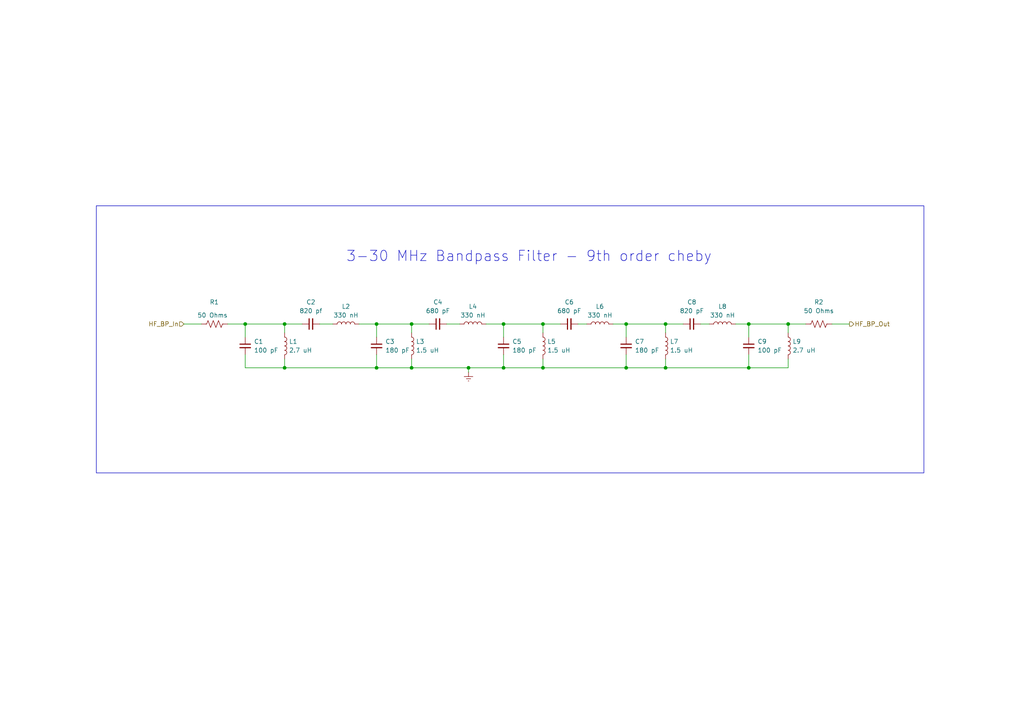
<source format=kicad_sch>
(kicad_sch (version 20230121) (generator eeschema)
  (paper "A4")
  (lib_symbols
    (symbol "Device:C_Small" (pin_numbers hide) (pin_names (offset 0.254) hide)
      (property "Reference" "C" (at 0.254 1.778 0))
      (property "Value" "C_Small" (at 0.254 -2.032 0))
      (symbol "C_Small_0_1"
        (polyline (pts (xy -1.524 -0.508) (xy 1.524 -0.508)) (stroke (width 0.3302)))
        (polyline (pts (xy -1.524 0.508) (xy 1.524 0.508)) (stroke (width 0.3048)))
      )
      (symbol "C_Small_1_1"
        (pin passive line (at 0 2.54 270) (length 2.032) (name "~") (number "1"))
        (pin passive line (at 0 -2.54 90) (length 2.032) (name "~") (number "2"))
      )
    )
    (symbol "Device:L" (pin_numbers hide) (pin_names (offset 1.016) hide)
      (property "Reference" "L" (at -1.27 0 90))
      (property "Value" "L" (at 1.905 0 90))
      (symbol "L_0_1"
        (arc (start 0 -2.54) (mid 0.6323 -1.905) (end 0 -1.27))
        (arc (start 0 -1.27) (mid 0.6323 -0.635) (end 0 0))
        (arc (start 0 0) (mid 0.6323 0.635) (end 0 1.27))
        (arc (start 0 1.27) (mid 0.6323 1.905) (end 0 2.54))
      )
      (symbol "L_1_1"
        (pin passive line (at 0 3.81 270) (length 1.27) (name "1") (number "1"))
        (pin passive line (at 0 -3.81 90) (length 1.27) (name "2") (number "2"))
      )
    )
    (symbol "Device:R_US" (pin_numbers hide) (pin_names (offset 0))
      (property "Reference" "R" (at 2.54 0 90))
      (property "Value" "R_US" (at -2.54 0 90))
      (symbol "R_US_0_1"
        (polyline (pts (xy 0 -2.286) (xy 0 -2.54)))
        (polyline (pts (xy 0 2.286) (xy 0 2.54)))
        (polyline (pts (xy 0 -0.762) (xy 1.016 -1.143) (xy 0 -1.524) (xy -1.016 -1.905) (xy 0 -2.286)))
        (polyline (pts (xy 0 0.762) (xy 1.016 0.381) (xy 0 0) (xy -1.016 -0.381) (xy 0 -0.762)))
        (polyline (pts (xy 0 2.286) (xy 1.016 1.905) (xy 0 1.524) (xy -1.016 1.143) (xy 0 0.762)))
      )
      (symbol "R_US_1_1"
        (pin passive line (at 0 3.81 270) (length 1.27) (name "~") (number "1"))
        (pin passive line (at 0 -3.81 90) (length 1.27) (name "~") (number "2"))
      )
    )
    (symbol "power:Earth" (power) (pin_names (offset 0))
      (symbol "Earth_0_1"
        (polyline (pts (xy -0.635 -1.905) (xy 0.635 -1.905)))
        (polyline (pts (xy -0.127 -2.54) (xy 0.127 -2.54)))
        (polyline (pts (xy 0 -1.27) (xy 0 0)))
        (polyline (pts (xy 1.27 -1.27) (xy -1.27 -1.27)))
      )
      (symbol "Earth_1_1"
        (pin power_in line (at 0 0 270) (length 0) hide (name "Earth") (number "1"))
      )
    )
  )
  (junction (at 119.38 106.68))
  (junction (at 217.17 93.98))
  (junction (at 109.22 93.98))
  (junction (at 217.17 106.68))
  (junction (at 109.22 106.68))
  (junction (at 181.61 93.98))
  (junction (at 71.12 93.98))
  (junction (at 119.38 93.98))
  (junction (at 181.61 106.68))
  (junction (at 157.48 93.98))
  (junction (at 82.55 93.98))
  (junction (at 135.89 106.68))
  (junction (at 146.05 106.68))
  (junction (at 157.48 106.68))
  (junction (at 82.55 106.68))
  (junction (at 193.04 93.98))
  (junction (at 193.04 106.68))
  (junction (at 228.6 93.98))
  (junction (at 146.05 93.98))
  (wire (pts (xy 157.48 106.68) (xy 146.05 106.68)))
  (wire (pts (xy 228.6 106.68) (xy 228.6 104.14)))
  (wire (pts (xy 109.22 106.68) (xy 119.38 106.68)))
  (wire (pts (xy 119.38 93.98) (xy 124.46 93.98)))
  (wire (pts (xy 135.89 106.68) (xy 135.89 107.95)))
  (wire (pts (xy 177.8 93.98) (xy 181.61 93.98)))
  (wire (pts (xy 109.22 93.98) (xy 109.22 97.79)))
  (wire (pts (xy 109.22 93.98) (xy 119.38 93.98)))
  (wire (pts (xy 193.04 104.14) (xy 193.04 106.68)))
  (wire (pts (xy 181.61 93.98) (xy 193.04 93.98)))
  (wire (pts (xy 217.17 106.68) (xy 228.6 106.68)))
  (wire (pts (xy 104.14 93.98) (xy 109.22 93.98)))
  (wire (pts (xy 157.48 93.98) (xy 146.05 93.98)))
  (wire (pts (xy 193.04 96.52) (xy 193.04 93.98)))
  (wire (pts (xy 157.48 96.52) (xy 157.48 93.98)))
  (wire (pts (xy 119.38 96.52) (xy 119.38 93.98)))
  (wire (pts (xy 233.68 93.98) (xy 228.6 93.98)))
  (wire (pts (xy 109.22 102.87) (xy 109.22 106.68)))
  (wire (pts (xy 133.35 93.98) (xy 129.54 93.98)))
  (wire (pts (xy 162.56 93.98) (xy 157.48 93.98)))
  (wire (pts (xy 87.63 93.98) (xy 82.55 93.98)))
  (wire (pts (xy 241.3 93.98) (xy 246.38 93.98)))
  (wire (pts (xy 96.52 93.98) (xy 92.71 93.98)))
  (wire (pts (xy 217.17 106.68) (xy 193.04 106.68)))
  (wire (pts (xy 140.97 93.98) (xy 146.05 93.98)))
  (wire (pts (xy 146.05 102.87) (xy 146.05 106.68)))
  (wire (pts (xy 228.6 93.98) (xy 228.6 96.52)))
  (wire (pts (xy 66.04 93.98) (xy 71.12 93.98)))
  (wire (pts (xy 198.12 93.98) (xy 193.04 93.98)))
  (wire (pts (xy 217.17 93.98) (xy 228.6 93.98)))
  (wire (pts (xy 82.55 93.98) (xy 82.55 96.52)))
  (wire (pts (xy 71.12 93.98) (xy 82.55 93.98)))
  (wire (pts (xy 71.12 97.79) (xy 71.12 93.98)))
  (wire (pts (xy 71.12 102.87) (xy 71.12 106.68)))
  (wire (pts (xy 146.05 106.68) (xy 135.89 106.68)))
  (wire (pts (xy 53.34 93.98) (xy 58.42 93.98)))
  (wire (pts (xy 181.61 106.68) (xy 193.04 106.68)))
  (wire (pts (xy 217.17 102.87) (xy 217.17 106.68)))
  (wire (pts (xy 146.05 93.98) (xy 146.05 97.79)))
  (wire (pts (xy 82.55 106.68) (xy 82.55 104.14)))
  (wire (pts (xy 170.18 93.98) (xy 167.64 93.98)))
  (wire (pts (xy 217.17 97.79) (xy 217.17 93.98)))
  (wire (pts (xy 157.48 104.14) (xy 157.48 106.68)))
  (wire (pts (xy 181.61 102.87) (xy 181.61 106.68)))
  (wire (pts (xy 109.22 106.68) (xy 82.55 106.68)))
  (wire (pts (xy 135.89 106.68) (xy 119.38 106.68)))
  (wire (pts (xy 71.12 106.68) (xy 82.55 106.68)))
  (wire (pts (xy 213.36 93.98) (xy 217.17 93.98)))
  (wire (pts (xy 181.61 93.98) (xy 181.61 97.79)))
  (wire (pts (xy 157.48 106.68) (xy 181.61 106.68)))
  (wire (pts (xy 205.74 93.98) (xy 203.2 93.98)))
  (wire (pts (xy 119.38 104.14) (xy 119.38 106.68)))
  (rectangle (start 27.94 59.69) (end 267.97 137.16))
  (text "3-30 MHz Bandpass Filter - 9th order cheby" (at 100.33 76.2 0) (effects (font (size 3 3)) (justify left bottom)))
  (hierarchical_label "HF_BP_Out" (shape output) (at 246.38 93.98 0))
  (hierarchical_label "HF_BP_In" (shape input) (at 53.34 93.98 180))
  (symbol (lib_id "power:Earth") (at 135.89 107.95 0) (unit 1)
    (property "Reference" "#PWR08" (effects hide))
    (property "Value" "Earth" (effects hide))
    (instances (project "UpDownConverter" (path "" (reference "#PWR08") (unit 1)) (path "" (reference "#PWR011") (unit 1))))
  )
  (symbol (lib_id "Device:L") (at 137.16 93.98 90) (unit 1)
    (property "Reference" "L4" (at 137.16 88.9 90))
    (property "Value" "330 nH" (at 137.16 91.44 90))
    (property "Footprint" "Inductor_SMD:L_1206_3216Metric" (effects hide))
  )
  (symbol (lib_id "Device:L") (at 173.99 93.98 90) (unit 1)
    (property "Reference" "L6" (at 173.99 88.9 90))
    (property "Value" "330 nH" (at 173.99 91.44 90))
    (property "Footprint" "Inductor_SMD:L_1206_3216Metric" (effects hide))
  )
  (symbol (lib_id "Device:L") (at 157.48 100.33 0) (unit 1)
    (property "Reference" "L5" (at 158.75 99.06 0) (effects (justify left)))
    (property "Value" "1.5 uH" (at 158.75 101.6 0) (effects (justify left)))
    (property "Footprint" "Inductor_SMD:L_1206_3216Metric" (effects hide))
  )
  (symbol (lib_id "Device:L") (at 82.55 100.33 0) (unit 1)
    (property "Reference" "L1" (at 83.82 99.06 0) (effects (justify left)))
    (property "Value" "2.7 uH" (at 83.82 101.6 0) (effects (justify left)))
    (property "Footprint" "Inductor_SMD:L_1206_3216Metric" (effects hide))
  )
  (symbol (lib_id "Device:L") (at 228.6 100.33 0) (unit 1)
    (property "Reference" "L9" (at 229.87 99.06 0) (effects (justify left)))
    (property "Value" "2.7 uH" (at 229.87 101.6 0) (effects (justify left)))
    (property "Footprint" "Inductor_SMD:L_1206_3216Metric" (effects hide))
  )
  (symbol (lib_id "Device:C_Small") (at 217.17 100.33 0) (unit 1)
    (property "Reference" "C9" (at 219.71 99.06 0) (effects (justify left)))
    (property "Value" "100 pF" (at 219.71 101.6 0) (effects (justify left)))
    (property "Footprint" "Capacitor_SMD:C_1206_3216Metric" (effects hide))
  )
  (symbol (lib_id "Device:R_US") (at 62.23 93.98 90) (unit 1)
    (property "Reference" "R1" (at 63.5 87.63 90) (effects (justify left)))
    (property "Value" "50 Ohms" (at 66.04 91.44 90) (effects (justify left)))
    (property "Footprint" "Resistor_SMD:R_0805_2012Metric_Pad1.20x1.40mm_HandSolder" (effects hide))
  )
  (symbol (lib_id "Device:C_Small") (at 127 93.98 90) (unit 1)
    (property "Reference" "C4" (at 127.0063 87.63 90))
    (property "Value" "680 pF" (at 127.0063 90.17 90))
    (property "Footprint" "Capacitor_SMD:C_1206_3216Metric" (effects hide))
  )
  (symbol (lib_id "Device:C_Small") (at 200.66 93.98 90) (unit 1)
    (property "Reference" "C8" (at 200.6663 87.63 90))
    (property "Value" "820 pF" (at 200.6663 90.17 90))
    (property "Footprint" "Capacitor_SMD:C_1206_3216Metric" (effects hide))
  )
  (symbol (lib_id "Device:C_Small") (at 165.1 93.98 90) (unit 1)
    (property "Reference" "C6" (at 165.1063 87.63 90))
    (property "Value" "680 pF" (at 165.1063 90.17 90))
    (property "Footprint" "Capacitor_SMD:C_1206_3216Metric" (effects hide))
  )
  (symbol (lib_id "Device:L") (at 209.55 93.98 90) (unit 1)
    (property "Reference" "L8" (at 209.55 88.9 90))
    (property "Value" "330 nH" (at 209.55 91.44 90))
    (property "Footprint" "Inductor_SMD:L_1206_3216Metric" (effects hide))
  )
  (symbol (lib_id "Device:C_Small") (at 181.61 100.33 0) (unit 1)
    (property "Reference" "C7" (at 184.15 99.0663 0) (effects (justify left)))
    (property "Value" "180 pF" (at 184.15 101.6063 0) (effects (justify left)))
    (property "Footprint" "Capacitor_SMD:C_1206_3216Metric" (effects hide))
  )
  (symbol (lib_id "Device:R_US") (at 237.49 93.98 90) (unit 1)
    (property "Reference" "R2" (at 237.49 87.63 90))
    (property "Value" "50 Ohms" (at 237.49 90.17 90))
    (property "Footprint" "Resistor_SMD:R_0805_2012Metric_Pad1.20x1.40mm_HandSolder" (effects hide))
  )
  (symbol (lib_id "Device:C_Small") (at 90.17 93.98 90) (unit 1)
    (property "Reference" "C2" (at 90.1763 87.63 90))
    (property "Value" "820 pf" (at 90.1763 90.17 90))
    (property "Footprint" "Capacitor_SMD:C_1206_3216Metric" (effects hide))
  )
  (symbol (lib_id "Device:L") (at 100.33 93.98 90) (unit 1)
    (property "Reference" "L2" (at 100.33 88.9 90))
    (property "Value" "330 nH" (at 100.33 91.44 90))
    (property "Footprint" "Inductor_SMD:L_1206_3216Metric" (effects hide))
  )
  (symbol (lib_id "Device:C_Small") (at 109.22 100.33 0) (unit 1)
    (property "Reference" "C3" (at 111.76 99.0663 0) (effects (justify left)))
    (property "Value" "180 pF" (at 111.76 101.6063 0) (effects (justify left)))
    (property "Footprint" "Capacitor_SMD:C_1206_3216Metric" (effects hide))
  )
  (symbol (lib_id "Device:C_Small") (at 146.05 100.33 0) (unit 1)
    (property "Reference" "C5" (at 148.59 99.0663 0) (effects (justify left)))
    (property "Value" "180 pF" (at 148.59 101.6063 0) (effects (justify left)))
    (property "Footprint" "Capacitor_SMD:C_1206_3216Metric" (effects hide))
  )
  (symbol (lib_id "Device:L") (at 193.04 100.33 0) (unit 1)
    (property "Reference" "L7" (at 194.31 99.06 0) (effects (justify left)))
    (property "Value" "1.5 uH" (at 194.31 101.6 0) (effects (justify left)))
    (property "Footprint" "Inductor_SMD:L_1206_3216Metric" (effects hide))
  )
  (symbol (lib_id "Device:L") (at 119.38 100.33 0) (unit 1)
    (property "Reference" "L3" (at 120.65 99.06 0) (effects (justify left)))
    (property "Value" "1.5 uH" (at 120.65 101.6 0) (effects (justify left)))
    (property "Footprint" "Inductor_SMD:L_1206_3216Metric" (effects hide))
  )
  (symbol (lib_id "Device:C_Small") (at 71.12 100.33 0) (unit 1)
    (property "Reference" "C1" (at 73.66 99.0663 0) (effects (justify left)))
    (property "Value" "100 pF" (at 73.66 101.6063 0) (effects (justify left)))
    (property "Footprint" "Capacitor_SMD:C_1206_3216Metric" (effects hide))
  )
)
</source>
